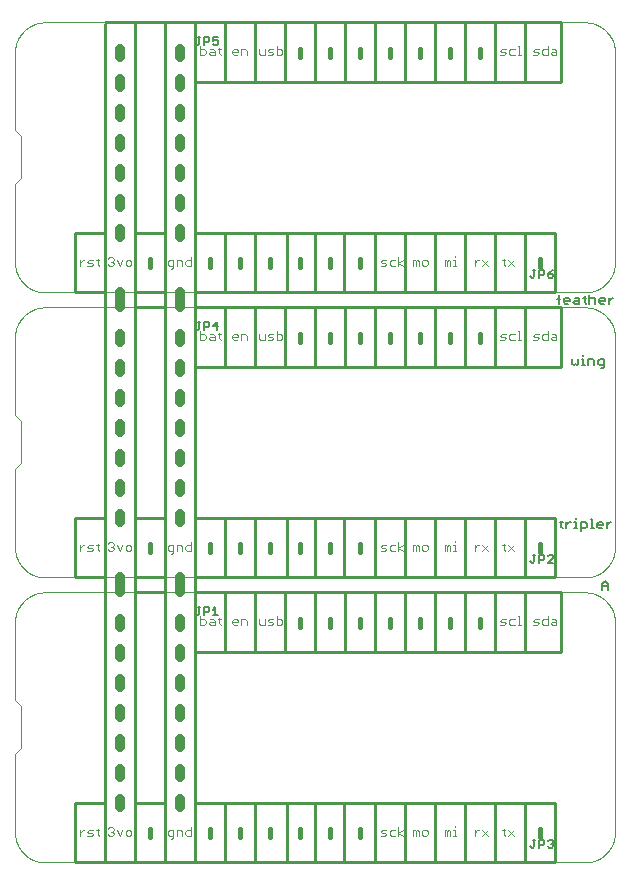
<source format=gbr>
G04 EAGLE Gerber RS-274X export*
G75*
%MOMM*%
%FSLAX34Y34*%
%LPD*%
%INSilkscreen Top*%
%IPPOS*%
%AMOC8*
5,1,8,0,0,1.08239X$1,22.5*%
G01*
%ADD10C,0.101600*%
%ADD11C,0.254000*%
%ADD12C,0.127000*%
%ADD13C,0.406400*%
%ADD14C,0.812800*%
%ADD15C,0.000000*%
%ADD16C,0.152400*%


D10*
X55118Y22606D02*
X55118Y27351D01*
X55118Y24979D02*
X57491Y27351D01*
X58677Y27351D01*
X61355Y22606D02*
X64914Y22606D01*
X66100Y23792D01*
X64914Y24979D01*
X62541Y24979D01*
X61355Y26165D01*
X62541Y27351D01*
X66100Y27351D01*
X70025Y28538D02*
X70025Y23792D01*
X71212Y22606D01*
X71212Y27351D02*
X68839Y27351D01*
X78740Y28538D02*
X79926Y29724D01*
X82299Y29724D01*
X83485Y28538D01*
X83485Y27351D01*
X82299Y26165D01*
X81113Y26165D01*
X82299Y26165D02*
X83485Y24979D01*
X83485Y23792D01*
X82299Y22606D01*
X79926Y22606D01*
X78740Y23792D01*
X86224Y27351D02*
X88597Y22606D01*
X90970Y27351D01*
X94895Y22606D02*
X97267Y22606D01*
X98454Y23792D01*
X98454Y26165D01*
X97267Y27351D01*
X94895Y27351D01*
X93708Y26165D01*
X93708Y23792D01*
X94895Y22606D01*
X131659Y20233D02*
X132845Y20233D01*
X134031Y21420D01*
X134031Y27351D01*
X130472Y27351D01*
X129286Y26165D01*
X129286Y23792D01*
X130472Y22606D01*
X134031Y22606D01*
X136770Y22606D02*
X136770Y27351D01*
X140329Y27351D01*
X141516Y26165D01*
X141516Y22606D01*
X149000Y22606D02*
X149000Y29724D01*
X149000Y22606D02*
X145441Y22606D01*
X144254Y23792D01*
X144254Y26165D01*
X145441Y27351D01*
X149000Y27351D01*
X185209Y201168D02*
X187582Y201168D01*
X185209Y201168D02*
X184023Y202354D01*
X184023Y204727D01*
X185209Y205913D01*
X187582Y205913D01*
X188768Y204727D01*
X188768Y203541D01*
X184023Y203541D01*
X191507Y205913D02*
X191507Y201168D01*
X191507Y205913D02*
X195066Y205913D01*
X196253Y204727D01*
X196253Y201168D01*
X156718Y201168D02*
X156718Y208286D01*
X156718Y201168D02*
X160277Y201168D01*
X161463Y202354D01*
X161463Y204727D01*
X160277Y205913D01*
X156718Y205913D01*
X165389Y205913D02*
X167761Y205913D01*
X168948Y204727D01*
X168948Y201168D01*
X165389Y201168D01*
X164202Y202354D01*
X165389Y203541D01*
X168948Y203541D01*
X172873Y202354D02*
X172873Y207100D01*
X172873Y202354D02*
X174059Y201168D01*
X174059Y205913D02*
X171686Y205913D01*
X206502Y205913D02*
X206502Y202354D01*
X207688Y201168D01*
X211247Y201168D01*
X211247Y205913D01*
X213986Y201168D02*
X217545Y201168D01*
X218732Y202354D01*
X217545Y203541D01*
X215173Y203541D01*
X213986Y204727D01*
X215173Y205913D01*
X218732Y205913D01*
X221470Y208286D02*
X221470Y201168D01*
X225029Y201168D01*
X226216Y202354D01*
X226216Y204727D01*
X225029Y205913D01*
X221470Y205913D01*
X438658Y201168D02*
X442217Y201168D01*
X443403Y202354D01*
X442217Y203541D01*
X439844Y203541D01*
X438658Y204727D01*
X439844Y205913D01*
X443403Y205913D01*
X450888Y208286D02*
X450888Y201168D01*
X447329Y201168D01*
X446142Y202354D01*
X446142Y204727D01*
X447329Y205913D01*
X450888Y205913D01*
X454813Y205913D02*
X457185Y205913D01*
X458372Y204727D01*
X458372Y201168D01*
X454813Y201168D01*
X453626Y202354D01*
X454813Y203541D01*
X458372Y203541D01*
X414277Y201168D02*
X410718Y201168D01*
X414277Y201168D02*
X415463Y202354D01*
X414277Y203541D01*
X411904Y203541D01*
X410718Y204727D01*
X411904Y205913D01*
X415463Y205913D01*
X419389Y205913D02*
X422948Y205913D01*
X419389Y205913D02*
X418202Y204727D01*
X418202Y202354D01*
X419389Y201168D01*
X422948Y201168D01*
X425686Y208286D02*
X426873Y208286D01*
X426873Y201168D01*
X428059Y201168D02*
X425686Y201168D01*
X413809Y28665D02*
X413809Y23919D01*
X414996Y22733D01*
X414996Y27478D02*
X412623Y27478D01*
X417612Y27478D02*
X422358Y22733D01*
X422358Y27478D02*
X417612Y22733D01*
X389128Y22733D02*
X389128Y27478D01*
X389128Y25106D02*
X391501Y27478D01*
X392687Y27478D01*
X395365Y27478D02*
X400110Y22733D01*
X395365Y22733D02*
X400110Y27478D01*
X363728Y27478D02*
X363728Y22733D01*
X363728Y27478D02*
X364914Y27478D01*
X366101Y26292D01*
X366101Y22733D01*
X366101Y26292D02*
X367287Y27478D01*
X368473Y26292D01*
X368473Y22733D01*
X371212Y27478D02*
X372399Y27478D01*
X372399Y22733D01*
X373585Y22733D02*
X371212Y22733D01*
X372399Y29851D02*
X372399Y31037D01*
X337058Y27478D02*
X337058Y22733D01*
X337058Y27478D02*
X338244Y27478D01*
X339431Y26292D01*
X339431Y22733D01*
X339431Y26292D02*
X340617Y27478D01*
X341803Y26292D01*
X341803Y22733D01*
X345729Y22733D02*
X348101Y22733D01*
X349288Y23919D01*
X349288Y26292D01*
X348101Y27478D01*
X345729Y27478D01*
X344542Y26292D01*
X344542Y23919D01*
X345729Y22733D01*
X313185Y22606D02*
X309626Y22606D01*
X313185Y22606D02*
X314371Y23792D01*
X313185Y24979D01*
X310812Y24979D01*
X309626Y26165D01*
X310812Y27351D01*
X314371Y27351D01*
X318297Y27351D02*
X321856Y27351D01*
X318297Y27351D02*
X317110Y26165D01*
X317110Y23792D01*
X318297Y22606D01*
X321856Y22606D01*
X324594Y22606D02*
X324594Y29724D01*
X324594Y24979D02*
X328153Y22606D01*
X324594Y24979D02*
X328153Y27351D01*
D11*
X177800Y177800D02*
X152400Y177800D01*
X177800Y177800D02*
X203200Y177800D01*
X228600Y177800D01*
X254000Y177800D01*
X279400Y177800D01*
X330200Y177800D01*
X355600Y177800D01*
X381000Y177800D01*
X406400Y177800D01*
X431800Y177800D01*
X462280Y177800D01*
X462280Y228600D01*
X177800Y228600D02*
X177800Y177800D01*
X203200Y177800D02*
X203200Y228600D01*
X228600Y228600D02*
X228600Y177800D01*
X254000Y177800D02*
X254000Y228600D01*
X279400Y228600D02*
X279400Y177800D01*
X304800Y179070D02*
X304800Y228600D01*
X330200Y228600D02*
X330200Y177800D01*
X355600Y177800D02*
X355600Y228600D01*
X381000Y228600D02*
X381000Y177800D01*
X406400Y177800D02*
X406400Y228600D01*
X431800Y228600D02*
X431800Y177800D01*
X355600Y50165D02*
X330200Y50165D01*
X304800Y50165D01*
X278130Y50165D01*
X254000Y50165D01*
X229870Y50165D01*
X177800Y50165D01*
X152400Y50165D01*
X76200Y50165D02*
X50800Y50165D01*
X50800Y0D01*
X355600Y0D02*
X355600Y50165D01*
X330200Y50165D02*
X330200Y0D01*
X304800Y0D02*
X304800Y50165D01*
X278130Y50165D02*
X278130Y0D01*
X254000Y0D02*
X254000Y50165D01*
X229870Y50165D02*
X229870Y0D01*
X203200Y0D02*
X203200Y48895D01*
X177800Y50165D02*
X177800Y0D01*
X152400Y0D02*
X152400Y50165D01*
X127000Y50165D02*
X127000Y0D01*
X76200Y0D02*
X76200Y50165D01*
X355600Y50165D02*
X381000Y50165D01*
X406400Y50165D01*
X431800Y50165D01*
X457200Y50165D01*
X457200Y1270D01*
X457200Y0D01*
X381000Y0D02*
X381000Y50165D01*
X406400Y50165D02*
X406400Y0D01*
X431800Y0D02*
X431800Y50165D01*
X76200Y50165D02*
X76200Y241300D01*
X76200Y291465D01*
X127000Y241300D02*
X127000Y228600D01*
X127000Y50165D01*
X152400Y50165D02*
X152400Y177800D01*
X152400Y228600D01*
X127000Y50165D02*
X102235Y50165D01*
X101600Y49530D01*
X101600Y635D01*
D12*
X462662Y284354D02*
X462662Y289438D01*
X462662Y284354D02*
X463933Y283083D01*
X463933Y288167D02*
X461391Y288167D01*
X466848Y288167D02*
X466848Y283083D01*
X466848Y285625D02*
X469390Y288167D01*
X470661Y288167D01*
X473670Y288167D02*
X474941Y288167D01*
X474941Y283083D01*
X473670Y283083D02*
X476212Y283083D01*
X474941Y290710D02*
X474941Y291981D01*
X479127Y288167D02*
X479127Y280541D01*
X479127Y288167D02*
X482940Y288167D01*
X484211Y286896D01*
X484211Y284354D01*
X482940Y283083D01*
X479127Y283083D01*
X487313Y290710D02*
X488584Y290710D01*
X488584Y283083D01*
X487313Y283083D02*
X489855Y283083D01*
X494041Y283083D02*
X496583Y283083D01*
X494041Y283083D02*
X492770Y284354D01*
X492770Y286896D01*
X494041Y288167D01*
X496583Y288167D01*
X497854Y286896D01*
X497854Y285625D01*
X492770Y285625D01*
X500956Y283083D02*
X500956Y288167D01*
X500956Y285625D02*
X503498Y288167D01*
X504769Y288167D01*
D10*
X55118Y268651D02*
X55118Y263906D01*
X55118Y266279D02*
X57491Y268651D01*
X58677Y268651D01*
X61355Y263906D02*
X64914Y263906D01*
X66100Y265092D01*
X64914Y266279D01*
X62541Y266279D01*
X61355Y267465D01*
X62541Y268651D01*
X66100Y268651D01*
X70025Y269838D02*
X70025Y265092D01*
X71212Y263906D01*
X71212Y268651D02*
X68839Y268651D01*
X78740Y269838D02*
X79926Y271024D01*
X82299Y271024D01*
X83485Y269838D01*
X83485Y268651D01*
X82299Y267465D01*
X81113Y267465D01*
X82299Y267465D02*
X83485Y266279D01*
X83485Y265092D01*
X82299Y263906D01*
X79926Y263906D01*
X78740Y265092D01*
X86224Y268651D02*
X88597Y263906D01*
X90970Y268651D01*
X94895Y263906D02*
X97267Y263906D01*
X98454Y265092D01*
X98454Y267465D01*
X97267Y268651D01*
X94895Y268651D01*
X93708Y267465D01*
X93708Y265092D01*
X94895Y263906D01*
X131659Y261533D02*
X132845Y261533D01*
X134031Y262720D01*
X134031Y268651D01*
X130472Y268651D01*
X129286Y267465D01*
X129286Y265092D01*
X130472Y263906D01*
X134031Y263906D01*
X136770Y263906D02*
X136770Y268651D01*
X140329Y268651D01*
X141516Y267465D01*
X141516Y263906D01*
X149000Y263906D02*
X149000Y271024D01*
X149000Y263906D02*
X145441Y263906D01*
X144254Y265092D01*
X144254Y267465D01*
X145441Y268651D01*
X149000Y268651D01*
X185209Y442468D02*
X187582Y442468D01*
X185209Y442468D02*
X184023Y443654D01*
X184023Y446027D01*
X185209Y447213D01*
X187582Y447213D01*
X188768Y446027D01*
X188768Y444841D01*
X184023Y444841D01*
X191507Y447213D02*
X191507Y442468D01*
X191507Y447213D02*
X195066Y447213D01*
X196253Y446027D01*
X196253Y442468D01*
X156718Y442468D02*
X156718Y449586D01*
X156718Y442468D02*
X160277Y442468D01*
X161463Y443654D01*
X161463Y446027D01*
X160277Y447213D01*
X156718Y447213D01*
X165389Y447213D02*
X167761Y447213D01*
X168948Y446027D01*
X168948Y442468D01*
X165389Y442468D01*
X164202Y443654D01*
X165389Y444841D01*
X168948Y444841D01*
X172873Y443654D02*
X172873Y448400D01*
X172873Y443654D02*
X174059Y442468D01*
X174059Y447213D02*
X171686Y447213D01*
X206502Y447213D02*
X206502Y443654D01*
X207688Y442468D01*
X211247Y442468D01*
X211247Y447213D01*
X213986Y442468D02*
X217545Y442468D01*
X218732Y443654D01*
X217545Y444841D01*
X215173Y444841D01*
X213986Y446027D01*
X215173Y447213D01*
X218732Y447213D01*
X221470Y449586D02*
X221470Y442468D01*
X225029Y442468D01*
X226216Y443654D01*
X226216Y446027D01*
X225029Y447213D01*
X221470Y447213D01*
X438658Y442468D02*
X442217Y442468D01*
X443403Y443654D01*
X442217Y444841D01*
X439844Y444841D01*
X438658Y446027D01*
X439844Y447213D01*
X443403Y447213D01*
X450888Y449586D02*
X450888Y442468D01*
X447329Y442468D01*
X446142Y443654D01*
X446142Y446027D01*
X447329Y447213D01*
X450888Y447213D01*
X454813Y447213D02*
X457185Y447213D01*
X458372Y446027D01*
X458372Y442468D01*
X454813Y442468D01*
X453626Y443654D01*
X454813Y444841D01*
X458372Y444841D01*
X414277Y442468D02*
X410718Y442468D01*
X414277Y442468D02*
X415463Y443654D01*
X414277Y444841D01*
X411904Y444841D01*
X410718Y446027D01*
X411904Y447213D01*
X415463Y447213D01*
X419389Y447213D02*
X422948Y447213D01*
X419389Y447213D02*
X418202Y446027D01*
X418202Y443654D01*
X419389Y442468D01*
X422948Y442468D01*
X425686Y449586D02*
X426873Y449586D01*
X426873Y442468D01*
X428059Y442468D02*
X425686Y442468D01*
X413809Y269965D02*
X413809Y265219D01*
X414996Y264033D01*
X414996Y268778D02*
X412623Y268778D01*
X417612Y268778D02*
X422358Y264033D01*
X422358Y268778D02*
X417612Y264033D01*
X389128Y264033D02*
X389128Y268778D01*
X389128Y266406D02*
X391501Y268778D01*
X392687Y268778D01*
X395365Y268778D02*
X400110Y264033D01*
X395365Y264033D02*
X400110Y268778D01*
X363728Y268778D02*
X363728Y264033D01*
X363728Y268778D02*
X364914Y268778D01*
X366101Y267592D01*
X366101Y264033D01*
X366101Y267592D02*
X367287Y268778D01*
X368473Y267592D01*
X368473Y264033D01*
X371212Y268778D02*
X372399Y268778D01*
X372399Y264033D01*
X373585Y264033D02*
X371212Y264033D01*
X372399Y271151D02*
X372399Y272337D01*
X337058Y268778D02*
X337058Y264033D01*
X337058Y268778D02*
X338244Y268778D01*
X339431Y267592D01*
X339431Y264033D01*
X339431Y267592D02*
X340617Y268778D01*
X341803Y267592D01*
X341803Y264033D01*
X345729Y264033D02*
X348101Y264033D01*
X349288Y265219D01*
X349288Y267592D01*
X348101Y268778D01*
X345729Y268778D01*
X344542Y267592D01*
X344542Y265219D01*
X345729Y264033D01*
X313185Y263906D02*
X309626Y263906D01*
X313185Y263906D02*
X314371Y265092D01*
X313185Y266279D01*
X310812Y266279D01*
X309626Y267465D01*
X310812Y268651D01*
X314371Y268651D01*
X318297Y268651D02*
X321856Y268651D01*
X318297Y268651D02*
X317110Y267465D01*
X317110Y265092D01*
X318297Y263906D01*
X321856Y263906D01*
X324594Y263906D02*
X324594Y271024D01*
X324594Y266279D02*
X328153Y263906D01*
X324594Y266279D02*
X328153Y268651D01*
D11*
X177800Y419100D02*
X152400Y419100D01*
X177800Y419100D02*
X203200Y419100D01*
X228600Y419100D01*
X254000Y419100D01*
X279400Y419100D01*
X330200Y419100D01*
X355600Y419100D01*
X381000Y419100D01*
X406400Y419100D01*
X431800Y419100D01*
X462280Y419100D01*
X355600Y291465D02*
X330200Y291465D01*
X304800Y291465D01*
X278130Y291465D01*
X254000Y291465D01*
X229870Y291465D01*
X177800Y291465D01*
X152400Y291465D01*
X76200Y291465D02*
X50800Y291465D01*
X50800Y241300D01*
X355600Y241300D02*
X355600Y291465D01*
X330200Y291465D02*
X330200Y241300D01*
X304800Y241300D02*
X304800Y291465D01*
X278130Y291465D02*
X278130Y241300D01*
X254000Y241300D02*
X254000Y291465D01*
X229870Y291465D02*
X229870Y241300D01*
X203200Y241300D02*
X203200Y290195D01*
X177800Y291465D02*
X177800Y241300D01*
X152400Y241300D02*
X152400Y291465D01*
X127000Y291465D02*
X127000Y241300D01*
X355600Y291465D02*
X381000Y291465D01*
X406400Y291465D01*
X431800Y291465D01*
X457200Y291465D01*
X457200Y241300D01*
X381000Y241300D02*
X381000Y291465D01*
X406400Y291465D02*
X406400Y241300D01*
X431800Y241300D02*
X431800Y291465D01*
X76200Y291465D02*
X76200Y482600D01*
X127000Y469900D02*
X127000Y291465D01*
X152400Y291465D02*
X152400Y419100D01*
X127000Y291465D02*
X102235Y291465D01*
X101600Y290830D01*
X101600Y241300D01*
D12*
X460376Y473075D02*
X460376Y479430D01*
X461647Y480702D01*
X461647Y476888D02*
X459105Y476888D01*
X465833Y473075D02*
X468375Y473075D01*
X465833Y473075D02*
X464562Y474346D01*
X464562Y476888D01*
X465833Y478159D01*
X468375Y478159D01*
X469647Y476888D01*
X469647Y475617D01*
X464562Y475617D01*
X474019Y478159D02*
X476561Y478159D01*
X477832Y476888D01*
X477832Y473075D01*
X474019Y473075D01*
X472748Y474346D01*
X474019Y475617D01*
X477832Y475617D01*
X482205Y474346D02*
X482205Y479430D01*
X482205Y474346D02*
X483476Y473075D01*
X483476Y478159D02*
X480934Y478159D01*
X486391Y480702D02*
X486391Y473075D01*
X486391Y476888D02*
X487662Y478159D01*
X490204Y478159D01*
X491475Y476888D01*
X491475Y473075D01*
X495848Y473075D02*
X498390Y473075D01*
X495848Y473075D02*
X494577Y474346D01*
X494577Y476888D01*
X495848Y478159D01*
X498390Y478159D01*
X499661Y476888D01*
X499661Y475617D01*
X494577Y475617D01*
X502763Y473075D02*
X502763Y478159D01*
X502763Y475617D02*
X505305Y478159D01*
X506576Y478159D01*
X471805Y426089D02*
X471805Y422276D01*
X473076Y421005D01*
X474347Y422276D01*
X475618Y421005D01*
X476889Y422276D01*
X476889Y426089D01*
X479991Y426089D02*
X481262Y426089D01*
X481262Y421005D01*
X479991Y421005D02*
X482533Y421005D01*
X481262Y428632D02*
X481262Y429903D01*
X485448Y426089D02*
X485448Y421005D01*
X485448Y426089D02*
X489261Y426089D01*
X490532Y424818D01*
X490532Y421005D01*
X496176Y418463D02*
X497447Y418463D01*
X498718Y419734D01*
X498718Y426089D01*
X494905Y426089D01*
X493634Y424818D01*
X493634Y422276D01*
X494905Y421005D01*
X498718Y421005D01*
X497205Y235589D02*
X497205Y230505D01*
X497205Y235589D02*
X499747Y238132D01*
X502289Y235589D01*
X502289Y230505D01*
X502289Y234318D02*
X497205Y234318D01*
D11*
X101600Y228600D02*
X101600Y241300D01*
X431800Y241300D02*
X457200Y241300D01*
X431800Y241300D02*
X355600Y241300D01*
X330200Y241300D01*
X304800Y241300D01*
X278130Y241300D01*
X254000Y241300D01*
X229870Y241300D01*
X203200Y241300D01*
X177800Y241300D01*
X152400Y241300D01*
X50800Y0D02*
X455930Y0D01*
X457200Y1270D01*
X462280Y228600D02*
X152400Y228600D01*
X101600Y228600D02*
X101600Y49530D01*
X101600Y228600D02*
X127000Y228600D01*
X152400Y228600D02*
X152400Y241300D01*
X76200Y241300D02*
X50800Y241300D01*
X101600Y241300D02*
X127000Y241300D01*
X101600Y292100D02*
X101600Y468630D01*
D13*
X114300Y269240D02*
X114300Y262890D01*
X165100Y262890D02*
X165100Y269240D01*
X190500Y269240D02*
X190500Y262890D01*
X215900Y262890D02*
X215900Y269240D01*
X241300Y269240D02*
X241300Y262890D01*
X266700Y262890D02*
X266700Y269240D01*
X292100Y269240D02*
X292100Y262890D01*
X444500Y262890D02*
X444500Y269240D01*
X241300Y205740D02*
X241300Y199390D01*
X266700Y199390D02*
X266700Y205740D01*
X292100Y205740D02*
X292100Y199390D01*
X317500Y199390D02*
X317500Y205740D01*
X342900Y205740D02*
X342900Y199390D01*
X368300Y199390D02*
X368300Y205740D01*
X393700Y205740D02*
X393700Y199390D01*
X241300Y440690D02*
X241300Y447040D01*
X266700Y447040D02*
X266700Y440690D01*
X292100Y440690D02*
X292100Y447040D01*
X317500Y447040D02*
X317500Y440690D01*
X342900Y440690D02*
X342900Y447040D01*
X368300Y447040D02*
X368300Y440690D01*
X393700Y440690D02*
X393700Y447040D01*
X114300Y27940D02*
X114300Y21590D01*
X165100Y21590D02*
X165100Y27940D01*
X190500Y27940D02*
X190500Y21590D01*
X215900Y21590D02*
X215900Y27940D01*
X241300Y27940D02*
X241300Y21590D01*
X266700Y21590D02*
X266700Y27940D01*
X292100Y27940D02*
X292100Y21590D01*
X444500Y21590D02*
X444500Y27940D01*
D14*
X139700Y440690D02*
X139700Y447040D01*
X139700Y421640D02*
X139700Y415290D01*
X139700Y396240D02*
X139700Y389890D01*
X139700Y370840D02*
X139700Y364490D01*
X139700Y345440D02*
X139700Y339090D01*
X139700Y320040D02*
X139700Y313690D01*
X139700Y205740D02*
X139700Y199390D01*
X139700Y180340D02*
X139700Y173990D01*
X139700Y154940D02*
X139700Y148590D01*
X139700Y129540D02*
X139700Y123190D01*
X139700Y104140D02*
X139700Y97790D01*
X139700Y78740D02*
X139700Y72390D01*
X88900Y440690D02*
X88900Y447040D01*
X88900Y421640D02*
X88900Y415290D01*
X88900Y396240D02*
X88900Y389890D01*
X88900Y370840D02*
X88900Y364490D01*
X88900Y345440D02*
X88900Y339090D01*
X88900Y320040D02*
X88900Y313690D01*
X88900Y205740D02*
X88900Y199390D01*
X88900Y180340D02*
X88900Y173990D01*
X88900Y154940D02*
X88900Y148590D01*
X88900Y129540D02*
X88900Y123190D01*
X88900Y104140D02*
X88900Y97790D01*
X88900Y78740D02*
X88900Y72390D01*
X88900Y228600D02*
X88900Y241300D01*
X139700Y241300D02*
X139700Y228600D01*
D11*
X462280Y419100D02*
X462280Y469900D01*
X177800Y469900D02*
X177800Y419100D01*
X203200Y419100D02*
X203200Y469900D01*
X228600Y469900D02*
X228600Y419100D01*
X254000Y419100D02*
X254000Y469900D01*
X279400Y469900D02*
X279400Y419100D01*
X304800Y420370D02*
X304800Y469900D01*
X330200Y469900D02*
X330200Y419100D01*
X355600Y419100D02*
X355600Y469900D01*
X381000Y469900D02*
X381000Y419100D01*
X406400Y419100D02*
X406400Y469900D01*
X431800Y469900D02*
X431800Y419100D01*
X127000Y469900D02*
X127000Y482600D01*
X152400Y469900D02*
X152400Y419100D01*
D10*
X55118Y505206D02*
X55118Y509951D01*
X55118Y507579D02*
X57491Y509951D01*
X58677Y509951D01*
X61355Y505206D02*
X64914Y505206D01*
X66100Y506392D01*
X64914Y507579D01*
X62541Y507579D01*
X61355Y508765D01*
X62541Y509951D01*
X66100Y509951D01*
X70025Y511138D02*
X70025Y506392D01*
X71212Y505206D01*
X71212Y509951D02*
X68839Y509951D01*
X78740Y511138D02*
X79926Y512324D01*
X82299Y512324D01*
X83485Y511138D01*
X83485Y509951D01*
X82299Y508765D01*
X81113Y508765D01*
X82299Y508765D02*
X83485Y507579D01*
X83485Y506392D01*
X82299Y505206D01*
X79926Y505206D01*
X78740Y506392D01*
X86224Y509951D02*
X88597Y505206D01*
X90970Y509951D01*
X94895Y505206D02*
X97267Y505206D01*
X98454Y506392D01*
X98454Y508765D01*
X97267Y509951D01*
X94895Y509951D01*
X93708Y508765D01*
X93708Y506392D01*
X94895Y505206D01*
X131659Y502833D02*
X132845Y502833D01*
X134031Y504020D01*
X134031Y509951D01*
X130472Y509951D01*
X129286Y508765D01*
X129286Y506392D01*
X130472Y505206D01*
X134031Y505206D01*
X136770Y505206D02*
X136770Y509951D01*
X140329Y509951D01*
X141516Y508765D01*
X141516Y505206D01*
X149000Y505206D02*
X149000Y512324D01*
X149000Y505206D02*
X145441Y505206D01*
X144254Y506392D01*
X144254Y508765D01*
X145441Y509951D01*
X149000Y509951D01*
X185209Y683768D02*
X187582Y683768D01*
X185209Y683768D02*
X184023Y684954D01*
X184023Y687327D01*
X185209Y688513D01*
X187582Y688513D01*
X188768Y687327D01*
X188768Y686141D01*
X184023Y686141D01*
X191507Y688513D02*
X191507Y683768D01*
X191507Y688513D02*
X195066Y688513D01*
X196253Y687327D01*
X196253Y683768D01*
X156718Y683768D02*
X156718Y690886D01*
X156718Y683768D02*
X160277Y683768D01*
X161463Y684954D01*
X161463Y687327D01*
X160277Y688513D01*
X156718Y688513D01*
X165389Y688513D02*
X167761Y688513D01*
X168948Y687327D01*
X168948Y683768D01*
X165389Y683768D01*
X164202Y684954D01*
X165389Y686141D01*
X168948Y686141D01*
X172873Y684954D02*
X172873Y689700D01*
X172873Y684954D02*
X174059Y683768D01*
X174059Y688513D02*
X171686Y688513D01*
X206502Y688513D02*
X206502Y684954D01*
X207688Y683768D01*
X211247Y683768D01*
X211247Y688513D01*
X213986Y683768D02*
X217545Y683768D01*
X218732Y684954D01*
X217545Y686141D01*
X215173Y686141D01*
X213986Y687327D01*
X215173Y688513D01*
X218732Y688513D01*
X221470Y690886D02*
X221470Y683768D01*
X225029Y683768D01*
X226216Y684954D01*
X226216Y687327D01*
X225029Y688513D01*
X221470Y688513D01*
X438658Y683768D02*
X442217Y683768D01*
X443403Y684954D01*
X442217Y686141D01*
X439844Y686141D01*
X438658Y687327D01*
X439844Y688513D01*
X443403Y688513D01*
X450888Y690886D02*
X450888Y683768D01*
X447329Y683768D01*
X446142Y684954D01*
X446142Y687327D01*
X447329Y688513D01*
X450888Y688513D01*
X454813Y688513D02*
X457185Y688513D01*
X458372Y687327D01*
X458372Y683768D01*
X454813Y683768D01*
X453626Y684954D01*
X454813Y686141D01*
X458372Y686141D01*
X414277Y683768D02*
X410718Y683768D01*
X414277Y683768D02*
X415463Y684954D01*
X414277Y686141D01*
X411904Y686141D01*
X410718Y687327D01*
X411904Y688513D01*
X415463Y688513D01*
X419389Y688513D02*
X422948Y688513D01*
X419389Y688513D02*
X418202Y687327D01*
X418202Y684954D01*
X419389Y683768D01*
X422948Y683768D01*
X425686Y690886D02*
X426873Y690886D01*
X426873Y683768D01*
X428059Y683768D02*
X425686Y683768D01*
X413809Y511265D02*
X413809Y506519D01*
X414996Y505333D01*
X414996Y510078D02*
X412623Y510078D01*
X417612Y510078D02*
X422358Y505333D01*
X422358Y510078D02*
X417612Y505333D01*
X389128Y505333D02*
X389128Y510078D01*
X389128Y507706D02*
X391501Y510078D01*
X392687Y510078D01*
X395365Y510078D02*
X400110Y505333D01*
X395365Y505333D02*
X400110Y510078D01*
X363728Y510078D02*
X363728Y505333D01*
X363728Y510078D02*
X364914Y510078D01*
X366101Y508892D01*
X366101Y505333D01*
X366101Y508892D02*
X367287Y510078D01*
X368473Y508892D01*
X368473Y505333D01*
X371212Y510078D02*
X372399Y510078D01*
X372399Y505333D01*
X373585Y505333D02*
X371212Y505333D01*
X372399Y512451D02*
X372399Y513637D01*
X337058Y510078D02*
X337058Y505333D01*
X337058Y510078D02*
X338244Y510078D01*
X339431Y508892D01*
X339431Y505333D01*
X339431Y508892D02*
X340617Y510078D01*
X341803Y508892D01*
X341803Y505333D01*
X345729Y505333D02*
X348101Y505333D01*
X349288Y506519D01*
X349288Y508892D01*
X348101Y510078D01*
X345729Y510078D01*
X344542Y508892D01*
X344542Y506519D01*
X345729Y505333D01*
X313185Y505206D02*
X309626Y505206D01*
X313185Y505206D02*
X314371Y506392D01*
X313185Y507579D01*
X310812Y507579D01*
X309626Y508765D01*
X310812Y509951D01*
X314371Y509951D01*
X318297Y509951D02*
X321856Y509951D01*
X318297Y509951D02*
X317110Y508765D01*
X317110Y506392D01*
X318297Y505206D01*
X321856Y505206D01*
X324594Y505206D02*
X324594Y512324D01*
X324594Y507579D02*
X328153Y505206D01*
X324594Y507579D02*
X328153Y509951D01*
D11*
X304800Y661670D02*
X304800Y711200D01*
X101600Y482600D02*
X101600Y469900D01*
X431800Y482600D02*
X457200Y482600D01*
X431800Y482600D02*
X355600Y482600D01*
X330200Y482600D01*
X304800Y482600D01*
X278130Y482600D01*
X254000Y482600D01*
X229870Y482600D01*
X203200Y482600D01*
X177800Y482600D01*
X152400Y482600D01*
X152400Y469900D02*
X462280Y469900D01*
X101600Y469900D02*
X101600Y290830D01*
X101600Y469900D02*
X127000Y469900D01*
X152400Y469900D02*
X152400Y482600D01*
X76200Y482600D02*
X50800Y482600D01*
X101600Y482600D02*
X127000Y482600D01*
X76200Y711200D02*
X462280Y711200D01*
D13*
X114300Y510540D02*
X114300Y504190D01*
X165100Y504190D02*
X165100Y510540D01*
X190500Y510540D02*
X190500Y504190D01*
X215900Y504190D02*
X215900Y510540D01*
X241300Y510540D02*
X241300Y504190D01*
X266700Y504190D02*
X266700Y510540D01*
X292100Y510540D02*
X292100Y504190D01*
X444500Y504190D02*
X444500Y510540D01*
X241300Y681990D02*
X241300Y688340D01*
X266700Y688340D02*
X266700Y681990D01*
X292100Y681990D02*
X292100Y688340D01*
X317500Y688340D02*
X317500Y681990D01*
X342900Y681990D02*
X342900Y688340D01*
X368300Y688340D02*
X368300Y681990D01*
X393700Y681990D02*
X393700Y688340D01*
D14*
X88900Y482600D02*
X88900Y469900D01*
X139700Y469900D02*
X139700Y482600D01*
D11*
X76200Y482600D02*
X76200Y532765D01*
X152400Y660400D02*
X177800Y660400D01*
X203200Y660400D01*
X228600Y660400D01*
X254000Y660400D01*
X279400Y660400D01*
X330200Y660400D01*
X355600Y660400D01*
X381000Y660400D01*
X406400Y660400D01*
X431800Y660400D01*
X462280Y660400D01*
X355600Y532765D02*
X330200Y532765D01*
X304800Y532765D01*
X278130Y532765D01*
X254000Y532765D01*
X229870Y532765D01*
X177800Y532765D01*
X152400Y532765D01*
X76200Y532765D02*
X50800Y532765D01*
X50800Y482600D01*
X355600Y482600D02*
X355600Y532765D01*
X330200Y532765D02*
X330200Y482600D01*
X304800Y482600D02*
X304800Y532765D01*
X278130Y532765D02*
X278130Y482600D01*
X254000Y482600D02*
X254000Y532765D01*
X229870Y532765D02*
X229870Y482600D01*
X203200Y482600D02*
X203200Y531495D01*
X177800Y532765D02*
X177800Y482600D01*
X152400Y482600D02*
X152400Y532765D01*
X127000Y532765D02*
X127000Y482600D01*
X355600Y532765D02*
X381000Y532765D01*
X406400Y532765D01*
X431800Y532765D01*
X457200Y532765D01*
X457200Y482600D01*
X381000Y482600D02*
X381000Y532765D01*
X406400Y532765D02*
X406400Y482600D01*
X431800Y482600D02*
X431800Y532765D01*
X76200Y532765D02*
X76200Y709930D01*
X127000Y711200D02*
X127000Y532765D01*
X152400Y532765D02*
X152400Y660400D01*
X101600Y709930D02*
X101600Y533400D01*
D14*
X139700Y681990D02*
X139700Y688340D01*
X139700Y662940D02*
X139700Y656590D01*
X139700Y637540D02*
X139700Y631190D01*
X139700Y612140D02*
X139700Y605790D01*
X139700Y586740D02*
X139700Y580390D01*
X139700Y561340D02*
X139700Y554990D01*
X88900Y681990D02*
X88900Y688340D01*
X88900Y662940D02*
X88900Y656590D01*
X88900Y637540D02*
X88900Y631190D01*
X88900Y612140D02*
X88900Y605790D01*
X88900Y586740D02*
X88900Y580390D01*
X88900Y561340D02*
X88900Y554990D01*
D11*
X462280Y660400D02*
X462280Y711200D01*
X177800Y711200D02*
X177800Y660400D01*
X203200Y660400D02*
X203200Y711200D01*
X228600Y711200D02*
X228600Y660400D01*
X254000Y660400D02*
X254000Y711200D01*
X279400Y711200D02*
X279400Y660400D01*
X330200Y660400D02*
X330200Y711200D01*
X355600Y711200D02*
X355600Y660400D01*
X381000Y660400D02*
X381000Y711200D01*
X406400Y711200D02*
X406400Y660400D01*
X431800Y660400D02*
X431800Y711200D01*
X152400Y711200D02*
X152400Y660400D01*
X101600Y532765D02*
X101600Y482600D01*
X101600Y532765D02*
X101600Y711200D01*
X101600Y532765D02*
X127000Y532765D01*
D14*
X88900Y53340D02*
X88900Y46990D01*
X139700Y46990D02*
X139700Y53340D01*
X88900Y288290D02*
X88900Y294640D01*
X139700Y294640D02*
X139700Y288290D01*
X88900Y529590D02*
X88900Y535940D01*
X139700Y535940D02*
X139700Y529590D01*
D15*
X25400Y0D02*
X482600Y0D01*
X483214Y7D01*
X483827Y30D01*
X484440Y67D01*
X485051Y119D01*
X485662Y185D01*
X486270Y267D01*
X486876Y363D01*
X487480Y473D01*
X488081Y598D01*
X488679Y738D01*
X489273Y892D01*
X489863Y1061D01*
X490449Y1243D01*
X491030Y1440D01*
X491607Y1651D01*
X492178Y1875D01*
X492744Y2113D01*
X493304Y2365D01*
X493857Y2631D01*
X494404Y2909D01*
X494944Y3201D01*
X495477Y3506D01*
X496002Y3824D01*
X496520Y4154D01*
X497029Y4496D01*
X497530Y4851D01*
X498022Y5218D01*
X498505Y5596D01*
X498979Y5986D01*
X499443Y6388D01*
X499898Y6800D01*
X500342Y7224D01*
X500776Y7658D01*
X501200Y8102D01*
X501612Y8557D01*
X502014Y9021D01*
X502404Y9495D01*
X502782Y9978D01*
X503149Y10470D01*
X503504Y10971D01*
X503846Y11480D01*
X504176Y11998D01*
X504494Y12523D01*
X504799Y13056D01*
X505091Y13596D01*
X505369Y14143D01*
X505635Y14696D01*
X505887Y15256D01*
X506125Y15822D01*
X506349Y16393D01*
X506560Y16970D01*
X506757Y17551D01*
X506939Y18137D01*
X507108Y18727D01*
X507262Y19321D01*
X507402Y19919D01*
X507527Y20520D01*
X507637Y21124D01*
X507733Y21730D01*
X507815Y22338D01*
X507881Y22949D01*
X507933Y23560D01*
X507970Y24173D01*
X507993Y24786D01*
X508000Y25400D01*
X508000Y203200D01*
X507993Y203814D01*
X507970Y204427D01*
X507933Y205040D01*
X507881Y205651D01*
X507815Y206262D01*
X507733Y206870D01*
X507637Y207476D01*
X507527Y208080D01*
X507402Y208681D01*
X507262Y209279D01*
X507108Y209873D01*
X506939Y210463D01*
X506757Y211049D01*
X506560Y211630D01*
X506349Y212207D01*
X506125Y212778D01*
X505887Y213344D01*
X505635Y213904D01*
X505369Y214457D01*
X505091Y215004D01*
X504799Y215544D01*
X504494Y216077D01*
X504176Y216602D01*
X503846Y217120D01*
X503504Y217629D01*
X503149Y218130D01*
X502782Y218622D01*
X502404Y219105D01*
X502014Y219579D01*
X501612Y220043D01*
X501200Y220498D01*
X500776Y220942D01*
X500342Y221376D01*
X499898Y221800D01*
X499443Y222212D01*
X498979Y222614D01*
X498505Y223004D01*
X498022Y223382D01*
X497530Y223749D01*
X497029Y224104D01*
X496520Y224446D01*
X496002Y224776D01*
X495477Y225094D01*
X494944Y225399D01*
X494404Y225691D01*
X493857Y225969D01*
X493304Y226235D01*
X492744Y226487D01*
X492178Y226725D01*
X491607Y226949D01*
X491030Y227160D01*
X490449Y227357D01*
X489863Y227539D01*
X489273Y227708D01*
X488679Y227862D01*
X488081Y228002D01*
X487480Y228127D01*
X486876Y228237D01*
X486270Y228333D01*
X485662Y228415D01*
X485051Y228481D01*
X484440Y228533D01*
X483827Y228570D01*
X483214Y228593D01*
X482600Y228600D01*
X25400Y228600D01*
X24786Y228593D01*
X24173Y228570D01*
X23560Y228533D01*
X22949Y228481D01*
X22338Y228415D01*
X21730Y228333D01*
X21124Y228237D01*
X20520Y228127D01*
X19919Y228002D01*
X19321Y227862D01*
X18727Y227708D01*
X18137Y227539D01*
X17551Y227357D01*
X16970Y227160D01*
X16393Y226949D01*
X15822Y226725D01*
X15256Y226487D01*
X14696Y226235D01*
X14143Y225969D01*
X13596Y225691D01*
X13056Y225399D01*
X12523Y225094D01*
X11998Y224776D01*
X11480Y224446D01*
X10971Y224104D01*
X10470Y223749D01*
X9978Y223382D01*
X9495Y223004D01*
X9021Y222614D01*
X8557Y222212D01*
X8102Y221800D01*
X7658Y221376D01*
X7224Y220942D01*
X6800Y220498D01*
X6388Y220043D01*
X5986Y219579D01*
X5596Y219105D01*
X5218Y218622D01*
X4851Y218130D01*
X4496Y217629D01*
X4154Y217120D01*
X3824Y216602D01*
X3506Y216077D01*
X3201Y215544D01*
X2909Y215004D01*
X2631Y214457D01*
X2365Y213904D01*
X2113Y213344D01*
X1875Y212778D01*
X1651Y212207D01*
X1440Y211630D01*
X1243Y211049D01*
X1061Y210463D01*
X892Y209873D01*
X738Y209279D01*
X598Y208681D01*
X473Y208080D01*
X363Y207476D01*
X267Y206870D01*
X185Y206262D01*
X119Y205651D01*
X67Y205040D01*
X30Y204427D01*
X7Y203814D01*
X0Y203200D01*
X0Y137160D01*
X5080Y132080D01*
X5080Y96520D01*
X0Y91440D01*
X0Y25400D01*
X7Y24786D01*
X30Y24173D01*
X67Y23560D01*
X119Y22949D01*
X185Y22338D01*
X267Y21730D01*
X363Y21124D01*
X473Y20520D01*
X598Y19919D01*
X738Y19321D01*
X892Y18727D01*
X1061Y18137D01*
X1243Y17551D01*
X1440Y16970D01*
X1651Y16393D01*
X1875Y15822D01*
X2113Y15256D01*
X2365Y14696D01*
X2631Y14143D01*
X2909Y13596D01*
X3201Y13056D01*
X3506Y12523D01*
X3824Y11998D01*
X4154Y11480D01*
X4496Y10971D01*
X4851Y10470D01*
X5218Y9978D01*
X5596Y9495D01*
X5986Y9021D01*
X6388Y8557D01*
X6800Y8102D01*
X7224Y7658D01*
X7658Y7224D01*
X8102Y6800D01*
X8557Y6388D01*
X9021Y5986D01*
X9495Y5596D01*
X9978Y5218D01*
X10470Y4851D01*
X10971Y4496D01*
X11480Y4154D01*
X11998Y3824D01*
X12523Y3506D01*
X13056Y3201D01*
X13596Y2909D01*
X14143Y2631D01*
X14696Y2365D01*
X15256Y2113D01*
X15822Y1875D01*
X16393Y1651D01*
X16970Y1440D01*
X17551Y1243D01*
X18137Y1061D01*
X18727Y892D01*
X19321Y738D01*
X19919Y598D01*
X20520Y473D01*
X21124Y363D01*
X21730Y267D01*
X22338Y185D01*
X22949Y119D01*
X23560Y67D01*
X24173Y30D01*
X24786Y7D01*
X25400Y0D01*
D16*
X436272Y13548D02*
X437373Y12446D01*
X438475Y12446D01*
X439576Y13548D01*
X439576Y19056D01*
X438475Y19056D02*
X440678Y19056D01*
X443756Y19056D02*
X443756Y12446D01*
X443756Y19056D02*
X447061Y19056D01*
X448162Y17954D01*
X448162Y15751D01*
X447061Y14649D01*
X443756Y14649D01*
X451240Y17954D02*
X452341Y19056D01*
X454545Y19056D01*
X455646Y17954D01*
X455646Y16852D01*
X454545Y15751D01*
X453443Y15751D01*
X454545Y15751D02*
X455646Y14649D01*
X455646Y13548D01*
X454545Y12446D01*
X452341Y12446D01*
X451240Y13548D01*
X153502Y209550D02*
X152400Y210652D01*
X153502Y209550D02*
X154603Y209550D01*
X155705Y210652D01*
X155705Y216160D01*
X156806Y216160D02*
X154603Y216160D01*
X159884Y216160D02*
X159884Y209550D01*
X159884Y216160D02*
X163189Y216160D01*
X164291Y215058D01*
X164291Y212855D01*
X163189Y211753D01*
X159884Y211753D01*
X167368Y213956D02*
X169572Y216160D01*
X169572Y209550D01*
X171775Y209550D02*
X167368Y209550D01*
D15*
X25400Y241300D02*
X482600Y241300D01*
X483214Y241307D01*
X483827Y241330D01*
X484440Y241367D01*
X485051Y241419D01*
X485662Y241485D01*
X486270Y241567D01*
X486876Y241663D01*
X487480Y241773D01*
X488081Y241898D01*
X488679Y242038D01*
X489273Y242192D01*
X489863Y242361D01*
X490449Y242543D01*
X491030Y242740D01*
X491607Y242951D01*
X492178Y243175D01*
X492744Y243413D01*
X493304Y243665D01*
X493857Y243931D01*
X494404Y244209D01*
X494944Y244501D01*
X495477Y244806D01*
X496002Y245124D01*
X496520Y245454D01*
X497029Y245796D01*
X497530Y246151D01*
X498022Y246518D01*
X498505Y246896D01*
X498979Y247286D01*
X499443Y247688D01*
X499898Y248100D01*
X500342Y248524D01*
X500776Y248958D01*
X501200Y249402D01*
X501612Y249857D01*
X502014Y250321D01*
X502404Y250795D01*
X502782Y251278D01*
X503149Y251770D01*
X503504Y252271D01*
X503846Y252780D01*
X504176Y253298D01*
X504494Y253823D01*
X504799Y254356D01*
X505091Y254896D01*
X505369Y255443D01*
X505635Y255996D01*
X505887Y256556D01*
X506125Y257122D01*
X506349Y257693D01*
X506560Y258270D01*
X506757Y258851D01*
X506939Y259437D01*
X507108Y260027D01*
X507262Y260621D01*
X507402Y261219D01*
X507527Y261820D01*
X507637Y262424D01*
X507733Y263030D01*
X507815Y263638D01*
X507881Y264249D01*
X507933Y264860D01*
X507970Y265473D01*
X507993Y266086D01*
X508000Y266700D01*
X508000Y444500D01*
X507993Y445114D01*
X507970Y445727D01*
X507933Y446340D01*
X507881Y446951D01*
X507815Y447562D01*
X507733Y448170D01*
X507637Y448776D01*
X507527Y449380D01*
X507402Y449981D01*
X507262Y450579D01*
X507108Y451173D01*
X506939Y451763D01*
X506757Y452349D01*
X506560Y452930D01*
X506349Y453507D01*
X506125Y454078D01*
X505887Y454644D01*
X505635Y455204D01*
X505369Y455757D01*
X505091Y456304D01*
X504799Y456844D01*
X504494Y457377D01*
X504176Y457902D01*
X503846Y458420D01*
X503504Y458929D01*
X503149Y459430D01*
X502782Y459922D01*
X502404Y460405D01*
X502014Y460879D01*
X501612Y461343D01*
X501200Y461798D01*
X500776Y462242D01*
X500342Y462676D01*
X499898Y463100D01*
X499443Y463512D01*
X498979Y463914D01*
X498505Y464304D01*
X498022Y464682D01*
X497530Y465049D01*
X497029Y465404D01*
X496520Y465746D01*
X496002Y466076D01*
X495477Y466394D01*
X494944Y466699D01*
X494404Y466991D01*
X493857Y467269D01*
X493304Y467535D01*
X492744Y467787D01*
X492178Y468025D01*
X491607Y468249D01*
X491030Y468460D01*
X490449Y468657D01*
X489863Y468839D01*
X489273Y469008D01*
X488679Y469162D01*
X488081Y469302D01*
X487480Y469427D01*
X486876Y469537D01*
X486270Y469633D01*
X485662Y469715D01*
X485051Y469781D01*
X484440Y469833D01*
X483827Y469870D01*
X483214Y469893D01*
X482600Y469900D01*
X25400Y469900D01*
X24786Y469893D01*
X24173Y469870D01*
X23560Y469833D01*
X22949Y469781D01*
X22338Y469715D01*
X21730Y469633D01*
X21124Y469537D01*
X20520Y469427D01*
X19919Y469302D01*
X19321Y469162D01*
X18727Y469008D01*
X18137Y468839D01*
X17551Y468657D01*
X16970Y468460D01*
X16393Y468249D01*
X15822Y468025D01*
X15256Y467787D01*
X14696Y467535D01*
X14143Y467269D01*
X13596Y466991D01*
X13056Y466699D01*
X12523Y466394D01*
X11998Y466076D01*
X11480Y465746D01*
X10971Y465404D01*
X10470Y465049D01*
X9978Y464682D01*
X9495Y464304D01*
X9021Y463914D01*
X8557Y463512D01*
X8102Y463100D01*
X7658Y462676D01*
X7224Y462242D01*
X6800Y461798D01*
X6388Y461343D01*
X5986Y460879D01*
X5596Y460405D01*
X5218Y459922D01*
X4851Y459430D01*
X4496Y458929D01*
X4154Y458420D01*
X3824Y457902D01*
X3506Y457377D01*
X3201Y456844D01*
X2909Y456304D01*
X2631Y455757D01*
X2365Y455204D01*
X2113Y454644D01*
X1875Y454078D01*
X1651Y453507D01*
X1440Y452930D01*
X1243Y452349D01*
X1061Y451763D01*
X892Y451173D01*
X738Y450579D01*
X598Y449981D01*
X473Y449380D01*
X363Y448776D01*
X267Y448170D01*
X185Y447562D01*
X119Y446951D01*
X67Y446340D01*
X30Y445727D01*
X7Y445114D01*
X0Y444500D01*
X0Y378460D01*
X5080Y373380D01*
X5080Y337820D01*
X0Y332740D01*
X0Y266700D01*
X7Y266086D01*
X30Y265473D01*
X67Y264860D01*
X119Y264249D01*
X185Y263638D01*
X267Y263030D01*
X363Y262424D01*
X473Y261820D01*
X598Y261219D01*
X738Y260621D01*
X892Y260027D01*
X1061Y259437D01*
X1243Y258851D01*
X1440Y258270D01*
X1651Y257693D01*
X1875Y257122D01*
X2113Y256556D01*
X2365Y255996D01*
X2631Y255443D01*
X2909Y254896D01*
X3201Y254356D01*
X3506Y253823D01*
X3824Y253298D01*
X4154Y252780D01*
X4496Y252271D01*
X4851Y251770D01*
X5218Y251278D01*
X5596Y250795D01*
X5986Y250321D01*
X6388Y249857D01*
X6800Y249402D01*
X7224Y248958D01*
X7658Y248524D01*
X8102Y248100D01*
X8557Y247688D01*
X9021Y247286D01*
X9495Y246896D01*
X9978Y246518D01*
X10470Y246151D01*
X10971Y245796D01*
X11480Y245454D01*
X11998Y245124D01*
X12523Y244806D01*
X13056Y244501D01*
X13596Y244209D01*
X14143Y243931D01*
X14696Y243665D01*
X15256Y243413D01*
X15822Y243175D01*
X16393Y242951D01*
X16970Y242740D01*
X17551Y242543D01*
X18137Y242361D01*
X18727Y242192D01*
X19321Y242038D01*
X19919Y241898D01*
X20520Y241773D01*
X21124Y241663D01*
X21730Y241567D01*
X22338Y241485D01*
X22949Y241419D01*
X23560Y241367D01*
X24173Y241330D01*
X24786Y241307D01*
X25400Y241300D01*
D16*
X436272Y254848D02*
X437373Y253746D01*
X438475Y253746D01*
X439576Y254848D01*
X439576Y260356D01*
X438475Y260356D02*
X440678Y260356D01*
X443756Y260356D02*
X443756Y253746D01*
X443756Y260356D02*
X447061Y260356D01*
X448162Y259254D01*
X448162Y257051D01*
X447061Y255949D01*
X443756Y255949D01*
X451240Y253746D02*
X455646Y253746D01*
X451240Y253746D02*
X455646Y258152D01*
X455646Y259254D01*
X454545Y260356D01*
X452341Y260356D01*
X451240Y259254D01*
X153502Y450850D02*
X152400Y451952D01*
X153502Y450850D02*
X154603Y450850D01*
X155705Y451952D01*
X155705Y457460D01*
X156806Y457460D02*
X154603Y457460D01*
X159884Y457460D02*
X159884Y450850D01*
X159884Y457460D02*
X163189Y457460D01*
X164291Y456358D01*
X164291Y454155D01*
X163189Y453053D01*
X159884Y453053D01*
X170673Y450850D02*
X170673Y457460D01*
X167368Y454155D01*
X171775Y454155D01*
X153502Y692150D02*
X152400Y693252D01*
X153502Y692150D02*
X154603Y692150D01*
X155705Y693252D01*
X155705Y698760D01*
X156806Y698760D02*
X154603Y698760D01*
X159884Y698760D02*
X159884Y692150D01*
X159884Y698760D02*
X163189Y698760D01*
X164291Y697658D01*
X164291Y695455D01*
X163189Y694353D01*
X159884Y694353D01*
X167368Y698760D02*
X171775Y698760D01*
X167368Y698760D02*
X167368Y695455D01*
X169572Y696556D01*
X170673Y696556D01*
X171775Y695455D01*
X171775Y693252D01*
X170673Y692150D01*
X168470Y692150D01*
X167368Y693252D01*
X436272Y496148D02*
X437373Y495046D01*
X438475Y495046D01*
X439576Y496148D01*
X439576Y501656D01*
X438475Y501656D02*
X440678Y501656D01*
X443756Y501656D02*
X443756Y495046D01*
X443756Y501656D02*
X447061Y501656D01*
X448162Y500554D01*
X448162Y498351D01*
X447061Y497249D01*
X443756Y497249D01*
X453443Y500554D02*
X455646Y501656D01*
X453443Y500554D02*
X451240Y498351D01*
X451240Y496148D01*
X452341Y495046D01*
X454545Y495046D01*
X455646Y496148D01*
X455646Y497249D01*
X454545Y498351D01*
X451240Y498351D01*
D15*
X482600Y482600D02*
X25400Y482600D01*
X482600Y482600D02*
X483214Y482607D01*
X483827Y482630D01*
X484440Y482667D01*
X485051Y482719D01*
X485662Y482785D01*
X486270Y482867D01*
X486876Y482963D01*
X487480Y483073D01*
X488081Y483198D01*
X488679Y483338D01*
X489273Y483492D01*
X489863Y483661D01*
X490449Y483843D01*
X491030Y484040D01*
X491607Y484251D01*
X492178Y484475D01*
X492744Y484713D01*
X493304Y484965D01*
X493857Y485231D01*
X494404Y485509D01*
X494944Y485801D01*
X495477Y486106D01*
X496002Y486424D01*
X496520Y486754D01*
X497029Y487096D01*
X497530Y487451D01*
X498022Y487818D01*
X498505Y488196D01*
X498979Y488586D01*
X499443Y488988D01*
X499898Y489400D01*
X500342Y489824D01*
X500776Y490258D01*
X501200Y490702D01*
X501612Y491157D01*
X502014Y491621D01*
X502404Y492095D01*
X502782Y492578D01*
X503149Y493070D01*
X503504Y493571D01*
X503846Y494080D01*
X504176Y494598D01*
X504494Y495123D01*
X504799Y495656D01*
X505091Y496196D01*
X505369Y496743D01*
X505635Y497296D01*
X505887Y497856D01*
X506125Y498422D01*
X506349Y498993D01*
X506560Y499570D01*
X506757Y500151D01*
X506939Y500737D01*
X507108Y501327D01*
X507262Y501921D01*
X507402Y502519D01*
X507527Y503120D01*
X507637Y503724D01*
X507733Y504330D01*
X507815Y504938D01*
X507881Y505549D01*
X507933Y506160D01*
X507970Y506773D01*
X507993Y507386D01*
X508000Y508000D01*
X508000Y685800D01*
X507993Y686414D01*
X507970Y687027D01*
X507933Y687640D01*
X507881Y688251D01*
X507815Y688862D01*
X507733Y689470D01*
X507637Y690076D01*
X507527Y690680D01*
X507402Y691281D01*
X507262Y691879D01*
X507108Y692473D01*
X506939Y693063D01*
X506757Y693649D01*
X506560Y694230D01*
X506349Y694807D01*
X506125Y695378D01*
X505887Y695944D01*
X505635Y696504D01*
X505369Y697057D01*
X505091Y697604D01*
X504799Y698144D01*
X504494Y698677D01*
X504176Y699202D01*
X503846Y699720D01*
X503504Y700229D01*
X503149Y700730D01*
X502782Y701222D01*
X502404Y701705D01*
X502014Y702179D01*
X501612Y702643D01*
X501200Y703098D01*
X500776Y703542D01*
X500342Y703976D01*
X499898Y704400D01*
X499443Y704812D01*
X498979Y705214D01*
X498505Y705604D01*
X498022Y705982D01*
X497530Y706349D01*
X497029Y706704D01*
X496520Y707046D01*
X496002Y707376D01*
X495477Y707694D01*
X494944Y707999D01*
X494404Y708291D01*
X493857Y708569D01*
X493304Y708835D01*
X492744Y709087D01*
X492178Y709325D01*
X491607Y709549D01*
X491030Y709760D01*
X490449Y709957D01*
X489863Y710139D01*
X489273Y710308D01*
X488679Y710462D01*
X488081Y710602D01*
X487480Y710727D01*
X486876Y710837D01*
X486270Y710933D01*
X485662Y711015D01*
X485051Y711081D01*
X484440Y711133D01*
X483827Y711170D01*
X483214Y711193D01*
X482600Y711200D01*
X25400Y711200D01*
X24786Y711193D01*
X24173Y711170D01*
X23560Y711133D01*
X22949Y711081D01*
X22338Y711015D01*
X21730Y710933D01*
X21124Y710837D01*
X20520Y710727D01*
X19919Y710602D01*
X19321Y710462D01*
X18727Y710308D01*
X18137Y710139D01*
X17551Y709957D01*
X16970Y709760D01*
X16393Y709549D01*
X15822Y709325D01*
X15256Y709087D01*
X14696Y708835D01*
X14143Y708569D01*
X13596Y708291D01*
X13056Y707999D01*
X12523Y707694D01*
X11998Y707376D01*
X11480Y707046D01*
X10971Y706704D01*
X10470Y706349D01*
X9978Y705982D01*
X9495Y705604D01*
X9021Y705214D01*
X8557Y704812D01*
X8102Y704400D01*
X7658Y703976D01*
X7224Y703542D01*
X6800Y703098D01*
X6388Y702643D01*
X5986Y702179D01*
X5596Y701705D01*
X5218Y701222D01*
X4851Y700730D01*
X4496Y700229D01*
X4154Y699720D01*
X3824Y699202D01*
X3506Y698677D01*
X3201Y698144D01*
X2909Y697604D01*
X2631Y697057D01*
X2365Y696504D01*
X2113Y695944D01*
X1875Y695378D01*
X1651Y694807D01*
X1440Y694230D01*
X1243Y693649D01*
X1061Y693063D01*
X892Y692473D01*
X738Y691879D01*
X598Y691281D01*
X473Y690680D01*
X363Y690076D01*
X267Y689470D01*
X185Y688862D01*
X119Y688251D01*
X67Y687640D01*
X30Y687027D01*
X7Y686414D01*
X0Y685800D01*
X0Y619760D01*
X5080Y614680D01*
X5080Y579120D01*
X0Y574040D01*
X0Y508000D01*
X7Y507386D01*
X30Y506773D01*
X67Y506160D01*
X119Y505549D01*
X185Y504938D01*
X267Y504330D01*
X363Y503724D01*
X473Y503120D01*
X598Y502519D01*
X738Y501921D01*
X892Y501327D01*
X1061Y500737D01*
X1243Y500151D01*
X1440Y499570D01*
X1651Y498993D01*
X1875Y498422D01*
X2113Y497856D01*
X2365Y497296D01*
X2631Y496743D01*
X2909Y496196D01*
X3201Y495656D01*
X3506Y495123D01*
X3824Y494598D01*
X4154Y494080D01*
X4496Y493571D01*
X4851Y493070D01*
X5218Y492578D01*
X5596Y492095D01*
X5986Y491621D01*
X6388Y491157D01*
X6800Y490702D01*
X7224Y490258D01*
X7658Y489824D01*
X8102Y489400D01*
X8557Y488988D01*
X9021Y488586D01*
X9495Y488196D01*
X9978Y487818D01*
X10470Y487451D01*
X10971Y487096D01*
X11480Y486754D01*
X11998Y486424D01*
X12523Y486106D01*
X13056Y485801D01*
X13596Y485509D01*
X14143Y485231D01*
X14696Y484965D01*
X15256Y484713D01*
X15822Y484475D01*
X16393Y484251D01*
X16970Y484040D01*
X17551Y483843D01*
X18137Y483661D01*
X18727Y483492D01*
X19321Y483338D01*
X19919Y483198D01*
X20520Y483073D01*
X21124Y482963D01*
X21730Y482867D01*
X22338Y482785D01*
X22949Y482719D01*
X23560Y482667D01*
X24173Y482630D01*
X24786Y482607D01*
X25400Y482600D01*
M02*

</source>
